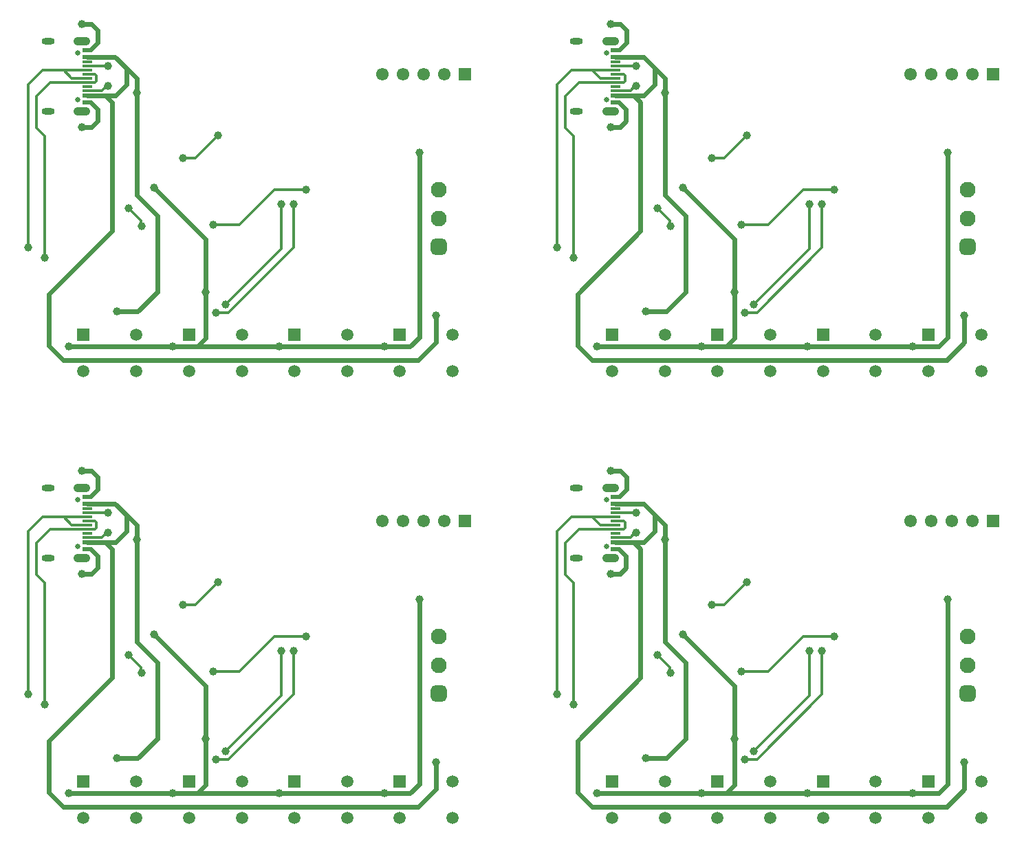
<source format=gtl>
G04*
G04 #@! TF.GenerationSoftware,Altium Limited,Altium Designer,25.1.2 (22)*
G04*
G04 Layer_Physical_Order=1*
G04 Layer_Color=255*
%FSLAX44Y44*%
%MOMM*%
G71*
G04*
G04 #@! TF.SameCoordinates,A930DEB4-3CD8-4DA0-A88C-A09D9B1332F7*
G04*
G04*
G04 #@! TF.FilePolarity,Positive*
G04*
G01*
G75*
%ADD10R,1.3000X0.6000*%
%ADD11R,1.3000X0.3000*%
%ADD12C,0.3000*%
%ADD13C,0.3500*%
%ADD14C,0.6000*%
%ADD15C,1.9500*%
G04:AMPARAMS|DCode=16|XSize=1.95mm|YSize=1.95mm|CornerRadius=0.4875mm|HoleSize=0mm|Usage=FLASHONLY|Rotation=90.000|XOffset=0mm|YOffset=0mm|HoleType=Round|Shape=RoundedRectangle|*
%AMROUNDEDRECTD16*
21,1,1.9500,0.9750,0,0,90.0*
21,1,0.9750,1.9500,0,0,90.0*
1,1,0.9750,0.4875,0.4875*
1,1,0.9750,0.4875,-0.4875*
1,1,0.9750,-0.4875,-0.4875*
1,1,0.9750,-0.4875,0.4875*
%
%ADD16ROUNDEDRECTD16*%
%ADD17O,2.1000X1.0500*%
%ADD18O,1.6000X0.8000*%
%ADD19C,0.6500*%
%ADD20R,1.5000X1.5000*%
%ADD21C,1.5000*%
%ADD22C,1.5500*%
%ADD23R,1.5500X1.5500*%
%ADD24C,1.0000*%
D10*
X1137890Y624010D02*
D03*
Y672010D02*
D03*
Y616010D02*
D03*
Y680010D02*
D03*
Y1174390D02*
D03*
Y1222390D02*
D03*
Y1166390D02*
D03*
Y1230390D02*
D03*
X487180Y624010D02*
D03*
Y672010D02*
D03*
Y616010D02*
D03*
Y680010D02*
D03*
Y1174390D02*
D03*
Y1222390D02*
D03*
Y1166390D02*
D03*
Y1230390D02*
D03*
D11*
X1137890Y630510D02*
D03*
Y635510D02*
D03*
Y640510D02*
D03*
Y645510D02*
D03*
Y665510D02*
D03*
Y660510D02*
D03*
Y655510D02*
D03*
Y650510D02*
D03*
Y1180890D02*
D03*
Y1185890D02*
D03*
Y1190890D02*
D03*
Y1195890D02*
D03*
Y1215890D02*
D03*
Y1210890D02*
D03*
Y1205890D02*
D03*
Y1200890D02*
D03*
X487180Y630510D02*
D03*
Y635510D02*
D03*
Y640510D02*
D03*
Y645510D02*
D03*
Y665510D02*
D03*
Y660510D02*
D03*
Y655510D02*
D03*
Y650510D02*
D03*
Y1180890D02*
D03*
Y1185890D02*
D03*
Y1190890D02*
D03*
Y1195890D02*
D03*
Y1215890D02*
D03*
Y1210890D02*
D03*
Y1205890D02*
D03*
Y1200890D02*
D03*
D12*
X1163320Y660510D02*
X1137890D01*
X1155801Y630510D02*
X1137890D01*
X1155801D02*
X1161561Y636270D01*
X1137890Y645510D02*
X1118710D01*
X1137890Y655510D02*
X1108710D01*
X1118710Y645510D02*
X1108900Y655320D01*
X1147593Y640510D02*
X1137890D01*
X1113790D01*
X1149350Y642267D02*
Y648753D01*
X1147593Y640510D02*
X1149350Y642267D01*
X1147593Y650510D02*
X1137890D01*
X1149350Y648753D02*
X1147593Y650510D01*
X1163320Y1210890D02*
X1137890D01*
X1155801Y1180890D02*
X1137890D01*
X1155801D02*
X1161561Y1186650D01*
X1137890Y1195890D02*
X1118710D01*
X1137890Y1205890D02*
X1108710D01*
X1118710Y1195890D02*
X1108900Y1205700D01*
X1147593Y1190890D02*
X1137890D01*
X1113790D01*
X1149350Y1192647D02*
Y1199133D01*
X1147593Y1190890D02*
X1149350Y1192647D01*
X1147593Y1200890D02*
X1137890D01*
X1149350Y1199133D02*
X1147593Y1200890D01*
X512610Y660510D02*
X487180D01*
X505091Y630510D02*
X487180D01*
X505091D02*
X510851Y636270D01*
X487180Y645510D02*
X468000D01*
X487180Y655510D02*
X458000D01*
X468000Y645510D02*
X458190Y655320D01*
X496883Y640510D02*
X487180D01*
X463080D01*
X498640Y642267D02*
Y648753D01*
X496883Y640510D02*
X498640Y642267D01*
X496883Y650510D02*
X487180D01*
X498640Y648753D02*
X496883Y650510D01*
X512610Y1210890D02*
X487180D01*
X505091Y1180890D02*
X487180D01*
X505091D02*
X510851Y1186650D01*
X487180Y1195890D02*
X468000D01*
X487180Y1205890D02*
X458000D01*
X468000Y1195890D02*
X458190Y1205700D01*
X496883Y1190890D02*
X487180D01*
X463080D01*
X498640Y1192647D02*
Y1199133D01*
X496883Y1190890D02*
X498640Y1192647D01*
X496883Y1200890D02*
X487180D01*
X498640Y1199133D02*
X496883Y1200890D01*
D13*
X1085850Y574040D02*
X1075690Y584200D01*
Y623570D01*
X1085850Y424180D02*
Y574040D01*
X1271270Y547370D02*
X1256030D01*
X1271270D02*
X1299210Y575310D01*
X1075690Y623570D02*
X1092630Y640510D01*
X1065530Y436880D02*
Y637540D01*
X1083310Y655320D01*
X1142640Y681260D02*
Y681260D01*
X1141390Y680010D02*
X1142640Y681260D01*
X1141390Y680010D02*
X1137890D01*
X1131740Y712300D02*
X1131570Y712470D01*
X1163320Y636270D02*
X1161561D01*
X1325490Y464820D02*
X1292860D01*
X1325490D02*
X1368669Y508000D01*
X1204096Y469894D02*
X1188850Y485140D01*
X1204096Y464794D02*
Y469894D01*
X1205340Y463550D02*
X1204096Y464794D01*
X1113790Y640510D02*
X1092630D01*
X1311910Y356870D02*
X1296670D01*
X1108900Y655320D02*
X1083310D01*
X1407160Y508000D02*
X1368669D01*
X1391920Y436880D02*
Y490220D01*
X1311910Y356870D02*
X1391920Y436880D01*
X1376680Y435610D02*
Y490220D01*
X1308100Y367030D02*
X1376680Y435610D01*
X1085850Y1124420D02*
X1075690Y1134580D01*
Y1173950D01*
X1085850Y974560D02*
Y1124420D01*
X1271270Y1097750D02*
X1256030D01*
X1271270D02*
X1299210Y1125690D01*
X1075690Y1173950D02*
X1092630Y1190890D01*
X1065530Y987260D02*
Y1187920D01*
X1083310Y1205700D01*
X1142640Y1231640D02*
Y1231640D01*
X1141390Y1230390D02*
X1142640Y1231640D01*
X1141390Y1230390D02*
X1137890D01*
X1131740Y1262680D02*
X1131570Y1262850D01*
X1163320Y1186650D02*
X1161561D01*
X1325490Y1015200D02*
X1292860D01*
X1325490D02*
X1368669Y1058380D01*
X1204096Y1020274D02*
X1188850Y1035520D01*
X1204096Y1015174D02*
Y1020274D01*
X1205340Y1013930D02*
X1204096Y1015174D01*
X1113790Y1190890D02*
X1092630D01*
X1311910Y907250D02*
X1296670D01*
X1108900Y1205700D02*
X1083310D01*
X1407160Y1058380D02*
X1368669D01*
X1391920Y987260D02*
Y1040600D01*
X1311910Y907250D02*
X1391920Y987260D01*
X1376680Y985990D02*
Y1040600D01*
X1308100Y917410D02*
X1376680Y985990D01*
X435140Y574040D02*
X424980Y584200D01*
Y623570D01*
X435140Y424180D02*
Y574040D01*
X620560Y547370D02*
X605320D01*
X620560D02*
X648500Y575310D01*
X424980Y623570D02*
X441920Y640510D01*
X414820Y436880D02*
Y637540D01*
X432600Y655320D01*
X491930Y681260D02*
Y681260D01*
X490680Y680010D02*
X491930Y681260D01*
X490680Y680010D02*
X487180D01*
X481030Y712300D02*
X480860Y712470D01*
X512610Y636270D02*
X510851D01*
X674780Y464820D02*
X642150D01*
X674780D02*
X717960Y508000D01*
X553386Y469894D02*
X538140Y485140D01*
X553386Y464794D02*
Y469894D01*
X554630Y463550D02*
X553386Y464794D01*
X463080Y640510D02*
X441920D01*
X661200Y356870D02*
X645960D01*
X458190Y655320D02*
X432600D01*
X756450Y508000D02*
X717960D01*
X741210Y436880D02*
Y490220D01*
X661200Y356870D02*
X741210Y436880D01*
X725970Y435610D02*
Y490220D01*
X657390Y367030D02*
X725970Y435610D01*
X435140Y1124420D02*
X424980Y1134580D01*
Y1173950D01*
X435140Y974560D02*
Y1124420D01*
X620560Y1097750D02*
X605320D01*
X620560D02*
X648500Y1125690D01*
X424980Y1173950D02*
X441920Y1190890D01*
X414820Y987260D02*
Y1187920D01*
X432600Y1205700D01*
X491930Y1231640D02*
Y1231640D01*
X490680Y1230390D02*
X491930Y1231640D01*
X490680Y1230390D02*
X487180D01*
X481030Y1262680D02*
X480860Y1262850D01*
X512610Y1186650D02*
X510851D01*
X674780Y1015200D02*
X642150D01*
X674780D02*
X717960Y1058380D01*
X553386Y1020274D02*
X538140Y1035520D01*
X553386Y1015174D02*
Y1020274D01*
X554630Y1013930D02*
X553386Y1015174D01*
X463080Y1190890D02*
X441920D01*
X661200Y907250D02*
X645960D01*
X458190Y1205700D02*
X432600D01*
X756450Y1058380D02*
X717960D01*
X741210Y987260D02*
Y1040600D01*
X661200Y907250D02*
X741210Y987260D01*
X725970Y985990D02*
Y1040600D01*
X657390Y917410D02*
X725970Y985990D01*
D14*
X1200150Y358140D02*
X1174750D01*
X1200150D02*
X1224280Y382270D01*
X1535430Y314960D02*
X1546860Y326390D01*
Y553720D01*
X1090930Y379730D02*
X1168400Y457200D01*
X1108710Y298450D02*
X1090930Y316230D01*
Y379730D01*
X1168400Y457200D02*
Y615950D01*
X1150620Y607060D02*
X1143000Y614680D01*
X1150620Y592600D02*
Y607060D01*
X1150865Y689485D02*
Y704605D01*
X1142640Y681260D02*
X1150865Y689485D01*
Y704605D02*
X1143170Y712300D01*
X1131740D01*
X1172650Y624010D02*
X1160340D01*
X1137890D01*
X1168400Y615950D02*
X1160340Y624010D01*
X1172650D02*
X1186180Y637540D01*
Y657860D01*
X1172030Y672010D01*
X1198880Y645160D02*
X1186180Y657860D01*
X1143490Y585470D02*
X1150620Y592600D01*
X1143490Y585470D02*
X1131570D01*
X1545590Y298450D02*
X1567180Y320040D01*
Y353060D01*
X1545590Y298450D02*
X1108710D01*
X1535430Y314960D02*
X1503680D01*
X1374140D01*
X1198880Y627380D02*
Y645160D01*
Y501650D02*
Y627380D01*
X1224280Y476250D02*
X1198880Y501650D01*
X1224280Y382270D02*
Y476250D01*
X1283970Y382270D02*
Y447040D01*
X1273810Y314960D02*
X1283970Y325120D01*
Y382270D01*
X1273810Y314960D02*
X1243330D01*
X1374140D02*
X1273810D01*
X1283970Y447040D02*
X1220470Y510540D01*
X1172030Y672010D02*
X1137890D01*
X1243330Y314960D02*
X1115060D01*
X1200150Y908520D02*
X1174750D01*
X1200150D02*
X1224280Y932650D01*
X1535430Y865340D02*
X1546860Y876770D01*
Y1104100D01*
X1090930Y930110D02*
X1168400Y1007580D01*
X1108710Y848830D02*
X1090930Y866610D01*
Y930110D01*
X1168400Y1007580D02*
Y1166330D01*
X1150620Y1157440D02*
X1143000Y1165060D01*
X1150620Y1142980D02*
Y1157440D01*
X1150865Y1239865D02*
Y1254985D01*
X1142640Y1231640D02*
X1150865Y1239865D01*
Y1254985D02*
X1143170Y1262680D01*
X1131740D01*
X1172650Y1174390D02*
X1160340D01*
X1137890D01*
X1168400Y1166330D02*
X1160340Y1174390D01*
X1172650D02*
X1186180Y1187920D01*
Y1208240D01*
X1172030Y1222390D01*
X1198880Y1195540D02*
X1186180Y1208240D01*
X1143490Y1135850D02*
X1150620Y1142980D01*
X1143490Y1135850D02*
X1131570D01*
X1545590Y848830D02*
X1567180Y870420D01*
Y903440D01*
X1545590Y848830D02*
X1108710D01*
X1535430Y865340D02*
X1503680D01*
X1374140D01*
X1198880Y1177760D02*
Y1195540D01*
Y1052030D02*
Y1177760D01*
X1224280Y1026630D02*
X1198880Y1052030D01*
X1224280Y932650D02*
Y1026630D01*
X1283970Y932650D02*
Y997420D01*
X1273810Y865340D02*
X1283970Y875500D01*
Y932650D01*
X1273810Y865340D02*
X1243330D01*
X1374140D02*
X1273810D01*
X1283970Y997420D02*
X1220470Y1060920D01*
X1172030Y1222390D02*
X1137890D01*
X1243330Y865340D02*
X1115060D01*
X549440Y358140D02*
X524040D01*
X549440D02*
X573570Y382270D01*
X884720Y314960D02*
X896150Y326390D01*
Y553720D01*
X440220Y379730D02*
X517690Y457200D01*
X458000Y298450D02*
X440220Y316230D01*
Y379730D01*
X517690Y457200D02*
Y615950D01*
X499910Y607060D02*
X492290Y614680D01*
X499910Y592600D02*
Y607060D01*
X500155Y689485D02*
Y704605D01*
X491930Y681260D02*
X500155Y689485D01*
Y704605D02*
X492460Y712300D01*
X481030D01*
X521940Y624010D02*
X509630D01*
X487180D01*
X517690Y615950D02*
X509630Y624010D01*
X521940D02*
X535470Y637540D01*
Y657860D01*
X521320Y672010D01*
X548170Y645160D02*
X535470Y657860D01*
X492780Y585470D02*
X499910Y592600D01*
X492780Y585470D02*
X480860D01*
X894880Y298450D02*
X916470Y320040D01*
Y353060D01*
X894880Y298450D02*
X458000D01*
X884720Y314960D02*
X852970D01*
X723430D01*
X548170Y627380D02*
Y645160D01*
Y501650D02*
Y627380D01*
X573570Y476250D02*
X548170Y501650D01*
X573570Y382270D02*
Y476250D01*
X633260Y382270D02*
Y447040D01*
X623100Y314960D02*
X633260Y325120D01*
Y382270D01*
X623100Y314960D02*
X592620D01*
X723430D02*
X623100D01*
X633260Y447040D02*
X569760Y510540D01*
X521320Y672010D02*
X487180D01*
X592620Y314960D02*
X464350D01*
X549440Y908520D02*
X524040D01*
X549440D02*
X573570Y932650D01*
X884720Y865340D02*
X896150Y876770D01*
Y1104100D01*
X440220Y930110D02*
X517690Y1007580D01*
X458000Y848830D02*
X440220Y866610D01*
Y930110D01*
X517690Y1007580D02*
Y1166330D01*
X499910Y1157440D02*
X492290Y1165060D01*
X499910Y1142980D02*
Y1157440D01*
X500155Y1239865D02*
Y1254985D01*
X491930Y1231640D02*
X500155Y1239865D01*
Y1254985D02*
X492460Y1262680D01*
X481030D01*
X521940Y1174390D02*
X509630D01*
X487180D01*
X517690Y1166330D02*
X509630Y1174390D01*
X521940D02*
X535470Y1187920D01*
Y1208240D01*
X521320Y1222390D01*
X548170Y1195540D02*
X535470Y1208240D01*
X492780Y1135850D02*
X499910Y1142980D01*
X492780Y1135850D02*
X480860D01*
X894880Y848830D02*
X916470Y870420D01*
Y903440D01*
X894880Y848830D02*
X458000D01*
X884720Y865340D02*
X852970D01*
X723430D01*
X548170Y1177760D02*
Y1195540D01*
Y1052030D02*
Y1177760D01*
X573570Y1026630D02*
X548170Y1052030D01*
X573570Y932650D02*
Y1026630D01*
X633260Y932650D02*
Y997420D01*
X623100Y865340D02*
X633260Y875500D01*
Y932650D01*
X623100Y865340D02*
X592620D01*
X723430D02*
X623100D01*
X633260Y997420D02*
X569760Y1060920D01*
X521320Y1222390D02*
X487180D01*
X592620Y865340D02*
X464350D01*
D15*
X1570990Y473000D02*
D03*
Y508000D02*
D03*
Y1023380D02*
D03*
Y1058380D02*
D03*
X920280Y473000D02*
D03*
Y508000D02*
D03*
Y1023380D02*
D03*
Y1058380D02*
D03*
D16*
X1570990Y438000D02*
D03*
Y988380D02*
D03*
X920280Y438000D02*
D03*
Y988380D02*
D03*
D17*
X1131490Y604810D02*
D03*
Y691210D02*
D03*
Y1155190D02*
D03*
Y1241590D02*
D03*
X480780Y604810D02*
D03*
Y691210D02*
D03*
Y1155190D02*
D03*
Y1241590D02*
D03*
D18*
X1089690Y604810D02*
D03*
Y691210D02*
D03*
Y1155190D02*
D03*
Y1241590D02*
D03*
X438980Y604810D02*
D03*
Y691210D02*
D03*
Y1155190D02*
D03*
Y1241590D02*
D03*
D19*
X1126490Y619110D02*
D03*
Y676910D02*
D03*
Y1169490D02*
D03*
Y1227290D02*
D03*
X475780Y619110D02*
D03*
Y676910D02*
D03*
Y1169490D02*
D03*
Y1227290D02*
D03*
D20*
X1522730Y329840D02*
D03*
X1392940D02*
D03*
X1263150D02*
D03*
X1133360D02*
D03*
X1522730Y880220D02*
D03*
X1392940D02*
D03*
X1263150D02*
D03*
X1133360D02*
D03*
X872020Y329840D02*
D03*
X742230D02*
D03*
X612440D02*
D03*
X482650D02*
D03*
X872020Y880220D02*
D03*
X742230D02*
D03*
X612440D02*
D03*
X482650D02*
D03*
D21*
X1587730Y329840D02*
D03*
Y284840D02*
D03*
X1522730D02*
D03*
X1457940Y329840D02*
D03*
Y284840D02*
D03*
X1392940D02*
D03*
X1328150Y329840D02*
D03*
Y284840D02*
D03*
X1263150D02*
D03*
X1198360Y329840D02*
D03*
Y284840D02*
D03*
X1133360D02*
D03*
X1587730Y880220D02*
D03*
Y835220D02*
D03*
X1522730D02*
D03*
X1457940Y880220D02*
D03*
Y835220D02*
D03*
X1392940D02*
D03*
X1328150Y880220D02*
D03*
Y835220D02*
D03*
X1263150D02*
D03*
X1198360Y880220D02*
D03*
Y835220D02*
D03*
X1133360D02*
D03*
X937020Y329840D02*
D03*
Y284840D02*
D03*
X872020D02*
D03*
X807230Y329840D02*
D03*
Y284840D02*
D03*
X742230D02*
D03*
X677440Y329840D02*
D03*
Y284840D02*
D03*
X612440D02*
D03*
X547650Y329840D02*
D03*
Y284840D02*
D03*
X482650D02*
D03*
X937020Y880220D02*
D03*
Y835220D02*
D03*
X872020D02*
D03*
X807230Y880220D02*
D03*
Y835220D02*
D03*
X742230D02*
D03*
X677440Y880220D02*
D03*
Y835220D02*
D03*
X612440D02*
D03*
X547650Y880220D02*
D03*
Y835220D02*
D03*
X482650D02*
D03*
D22*
X1501140Y650240D02*
D03*
X1526540D02*
D03*
X1551940D02*
D03*
X1577340D02*
D03*
X1501140Y1200620D02*
D03*
X1526540D02*
D03*
X1551940D02*
D03*
X1577340D02*
D03*
X850430Y650240D02*
D03*
X875830D02*
D03*
X901230D02*
D03*
X926630D02*
D03*
X850430Y1200620D02*
D03*
X875830D02*
D03*
X901230D02*
D03*
X926630D02*
D03*
D23*
X1602740Y650240D02*
D03*
Y1200620D02*
D03*
X952030Y650240D02*
D03*
Y1200620D02*
D03*
D24*
X1085850Y424180D02*
D03*
X1256030Y547370D02*
D03*
X1174750Y358140D02*
D03*
X1546860Y553720D02*
D03*
X1065530Y436880D02*
D03*
X1131570Y712470D02*
D03*
X1163320Y636270D02*
D03*
X1131570Y585470D02*
D03*
X1299210Y575310D02*
D03*
X1292860Y464820D02*
D03*
X1567180Y353060D02*
D03*
X1188850Y485140D02*
D03*
X1205340Y463550D02*
D03*
X1296670Y356870D02*
D03*
X1220470Y510540D02*
D03*
X1198880Y627380D02*
D03*
X1163320Y660400D02*
D03*
X1115060Y314960D02*
D03*
X1243330D02*
D03*
X1503680D02*
D03*
X1374140D02*
D03*
X1407160Y508000D02*
D03*
X1391920Y490220D02*
D03*
X1376680D02*
D03*
X1308100Y367030D02*
D03*
X1283970Y382270D02*
D03*
X1085850Y974560D02*
D03*
X1256030Y1097750D02*
D03*
X1174750Y908520D02*
D03*
X1546860Y1104100D02*
D03*
X1065530Y987260D02*
D03*
X1131570Y1262850D02*
D03*
X1163320Y1186650D02*
D03*
X1131570Y1135850D02*
D03*
X1299210Y1125690D02*
D03*
X1292860Y1015200D02*
D03*
X1567180Y903440D02*
D03*
X1188850Y1035520D02*
D03*
X1205340Y1013930D02*
D03*
X1296670Y907250D02*
D03*
X1220470Y1060920D02*
D03*
X1198880Y1177760D02*
D03*
X1163320Y1210780D02*
D03*
X1115060Y865340D02*
D03*
X1243330D02*
D03*
X1503680D02*
D03*
X1374140D02*
D03*
X1407160Y1058380D02*
D03*
X1391920Y1040600D02*
D03*
X1376680D02*
D03*
X1308100Y917410D02*
D03*
X1283970Y932650D02*
D03*
X435140Y424180D02*
D03*
X605320Y547370D02*
D03*
X524040Y358140D02*
D03*
X896150Y553720D02*
D03*
X414820Y436880D02*
D03*
X480860Y712470D02*
D03*
X512610Y636270D02*
D03*
X480860Y585470D02*
D03*
X648500Y575310D02*
D03*
X642150Y464820D02*
D03*
X916470Y353060D02*
D03*
X538140Y485140D02*
D03*
X554630Y463550D02*
D03*
X645960Y356870D02*
D03*
X569760Y510540D02*
D03*
X548170Y627380D02*
D03*
X512610Y660400D02*
D03*
X464350Y314960D02*
D03*
X592620D02*
D03*
X852970D02*
D03*
X723430D02*
D03*
X756450Y508000D02*
D03*
X741210Y490220D02*
D03*
X725970D02*
D03*
X657390Y367030D02*
D03*
X633260Y382270D02*
D03*
X435140Y974560D02*
D03*
X605320Y1097750D02*
D03*
X524040Y908520D02*
D03*
X896150Y1104100D02*
D03*
X414820Y987260D02*
D03*
X480860Y1262850D02*
D03*
X512610Y1186650D02*
D03*
X480860Y1135850D02*
D03*
X648500Y1125690D02*
D03*
X642150Y1015200D02*
D03*
X916470Y903440D02*
D03*
X538140Y1035520D02*
D03*
X554630Y1013930D02*
D03*
X645960Y907250D02*
D03*
X569760Y1060920D02*
D03*
X548170Y1177760D02*
D03*
X512610Y1210780D02*
D03*
X464350Y865340D02*
D03*
X592620D02*
D03*
X852970D02*
D03*
X723430D02*
D03*
X756450Y1058380D02*
D03*
X741210Y1040600D02*
D03*
X725970D02*
D03*
X657390Y917410D02*
D03*
X633260Y932650D02*
D03*
M02*

</source>
